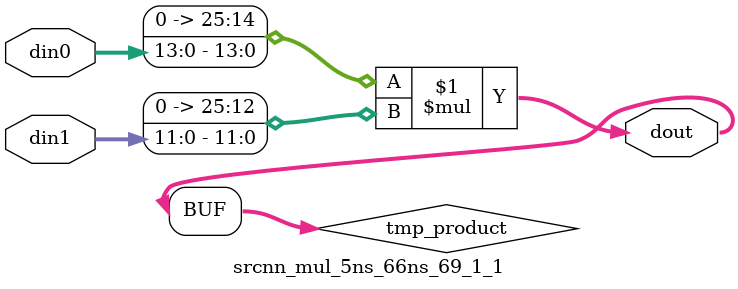
<source format=v>

`timescale 1 ns / 1 ps

  module srcnn_mul_5ns_66ns_69_1_1(din0, din1, dout);
parameter ID = 1;
parameter NUM_STAGE = 0;
parameter din0_WIDTH = 14;
parameter din1_WIDTH = 12;
parameter dout_WIDTH = 26;

input [din0_WIDTH - 1 : 0] din0; 
input [din1_WIDTH - 1 : 0] din1; 
output [dout_WIDTH - 1 : 0] dout;

wire signed [dout_WIDTH - 1 : 0] tmp_product;










assign tmp_product = $signed({1'b0, din0}) * $signed({1'b0, din1});











assign dout = tmp_product;







endmodule

</source>
